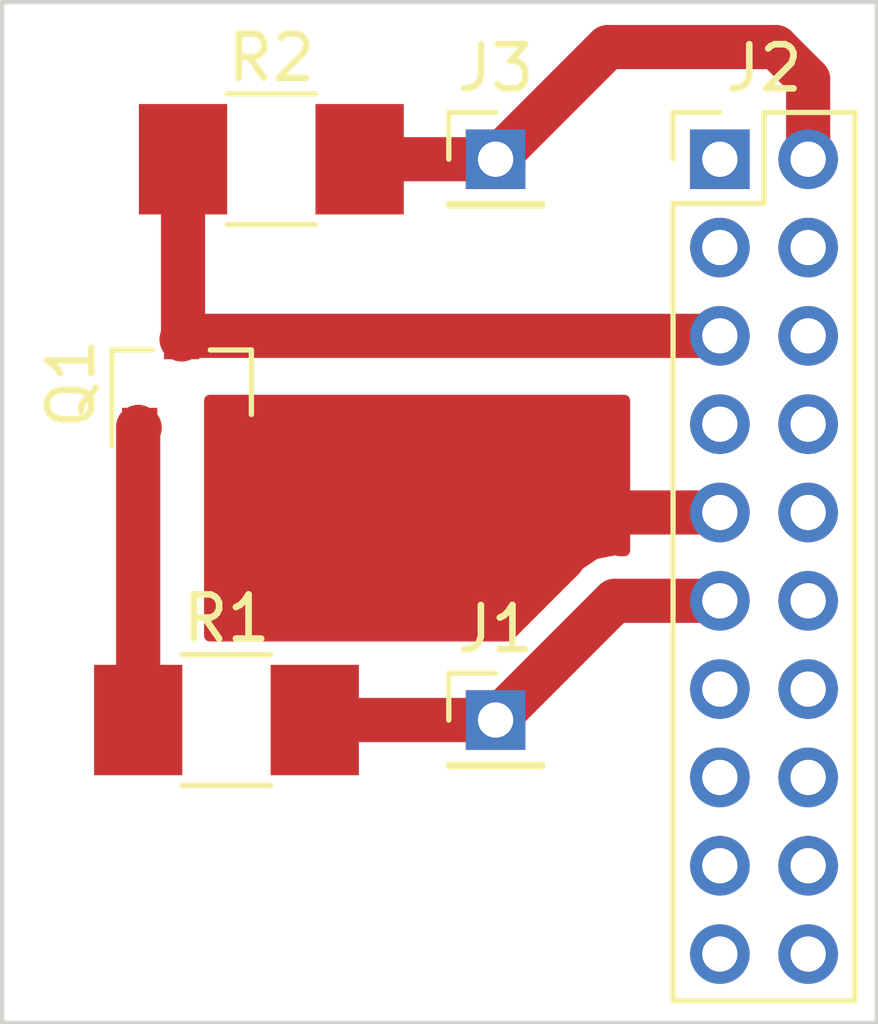
<source format=kicad_pcb>
(kicad_pcb (version 20171130) (host pcbnew "(5.0.0)")

  (general
    (thickness 1.6)
    (drawings 8)
    (tracks 17)
    (zones 0)
    (modules 6)
    (nets 22)
  )

  (page A4)
  (title_block
    (title "Not + Pir wire shield")
    (date 2018-10-11)
    (rev "REV B")
    (company "Arthur Lorencini Bergamaschi - UFES - CPID")
    (comment 1 "Placa feita para acordar a raspberry e ligar os fios do sensor.")
  )

  (layers
    (0 F.Cu signal)
    (31 B.Cu signal)
    (32 B.Adhes user hide)
    (33 F.Adhes user hide)
    (34 B.Paste user hide)
    (35 F.Paste user hide)
    (36 B.SilkS user hide)
    (37 F.SilkS user hide)
    (38 B.Mask user hide)
    (39 F.Mask user hide)
    (40 Dwgs.User user hide)
    (41 Cmts.User user hide)
    (42 Eco1.User user hide)
    (43 Eco2.User user hide)
    (44 Edge.Cuts user)
    (45 Margin user hide)
    (46 B.CrtYd user hide)
    (47 F.CrtYd user hide)
    (48 B.Fab user hide)
    (49 F.Fab user hide)
  )

  (setup
    (last_trace_width 1)
    (trace_clearance 0.2)
    (zone_clearance 0.508)
    (zone_45_only no)
    (trace_min 0.2)
    (segment_width 0.2)
    (edge_width 0.1)
    (via_size 0.8)
    (via_drill 0.4)
    (via_min_size 0.4)
    (via_min_drill 0.3)
    (uvia_size 0.3)
    (uvia_drill 0.1)
    (uvias_allowed no)
    (uvia_min_size 0.2)
    (uvia_min_drill 0.1)
    (pcb_text_width 0.3)
    (pcb_text_size 1.5 1.5)
    (mod_edge_width 0.15)
    (mod_text_size 1 1)
    (mod_text_width 0.15)
    (pad_size 0.9 0.8)
    (pad_drill 0)
    (pad_to_mask_clearance 0)
    (aux_axis_origin 0 0)
    (grid_origin 176.784 108.458)
    (visible_elements 7FFFFFFF)
    (pcbplotparams
      (layerselection 0x01000_7fffffff)
      (usegerberextensions false)
      (usegerberattributes false)
      (usegerberadvancedattributes false)
      (creategerberjobfile true)
      (excludeedgelayer true)
      (linewidth 0.100000)
      (plotframeref false)
      (viasonmask false)
      (mode 1)
      (useauxorigin false)
      (hpglpennumber 1)
      (hpglpenspeed 20)
      (hpglpendiameter 15.000000)
      (psnegative false)
      (psa4output false)
      (plotreference false)
      (plotvalue false)
      (plotinvisibletext false)
      (padsonsilk false)
      (subtractmaskfromsilk false)
      (outputformat 1)
      (mirror false)
      (drillshape 0)
      (scaleselection 1)
      (outputdirectory "Gerb/"))
  )

  (net 0 "")
  (net 1 GND)
  (net 2 PIR)
  (net 3 "Net-(J2-Pad20)")
  (net 4 "Net-(J2-Pad19)")
  (net 5 "Net-(J2-Pad18)")
  (net 6 "Net-(J2-Pad17)")
  (net 7 "Net-(J2-Pad16)")
  (net 8 "Net-(J2-Pad15)")
  (net 9 "Net-(J2-Pad14)")
  (net 10 "Net-(J2-Pad13)")
  (net 11 "Net-(J2-Pad12)")
  (net 12 "Net-(J2-Pad10)")
  (net 13 "Net-(J2-Pad8)")
  (net 14 "Net-(J2-Pad7)")
  (net 15 V_out)
  (net 16 +5V)
  (net 17 "Net-(J2-Pad3)")
  (net 18 "Net-(J2-Pad1)")
  (net 19 "Net-(Q1-Pad1)")
  (net 20 "Net-(J2-Pad4)")
  (net 21 "Net-(J2-Pad6)")

  (net_class Default "This is the default net class."
    (clearance 0.2)
    (trace_width 1)
    (via_dia 0.8)
    (via_drill 0.4)
    (uvia_dia 0.3)
    (uvia_drill 0.1)
    (add_net +5V)
    (add_net GND)
    (add_net "Net-(J2-Pad1)")
    (add_net "Net-(J2-Pad10)")
    (add_net "Net-(J2-Pad12)")
    (add_net "Net-(J2-Pad13)")
    (add_net "Net-(J2-Pad14)")
    (add_net "Net-(J2-Pad15)")
    (add_net "Net-(J2-Pad16)")
    (add_net "Net-(J2-Pad17)")
    (add_net "Net-(J2-Pad18)")
    (add_net "Net-(J2-Pad19)")
    (add_net "Net-(J2-Pad20)")
    (add_net "Net-(J2-Pad3)")
    (add_net "Net-(J2-Pad4)")
    (add_net "Net-(J2-Pad6)")
    (add_net "Net-(J2-Pad7)")
    (add_net "Net-(J2-Pad8)")
    (add_net "Net-(Q1-Pad1)")
    (add_net PIR)
    (add_net V_out)
  )

  (module Pin_Headers:Pin_Header_Straight_2x10_Pitch2.00mm (layer F.Cu) (tedit 5BD070D9) (tstamp 5BBFC395)
    (at 193.04 88.9)
    (descr "Through hole straight pin header, 2x10, 2.00mm pitch, double rows")
    (tags "Through hole pin header THT 2x10 2.00mm double row")
    (path /5BBF6F50)
    (fp_text reference J2 (at 1 -2.06) (layer F.SilkS)
      (effects (font (size 1 1) (thickness 0.15)))
    )
    (fp_text value Conn_02x10_Odd_Even (at 1 20.06) (layer F.Fab)
      (effects (font (size 1 1) (thickness 0.15)))
    )
    (fp_text user %R (at 1 9 90) (layer F.Fab)
      (effects (font (size 1 1) (thickness 0.15)))
    )
    (fp_line (start 3.5 -1.5) (end -1.5 -1.5) (layer F.CrtYd) (width 0.05))
    (fp_line (start 3.5 19.5) (end 3.5 -1.5) (layer F.CrtYd) (width 0.05))
    (fp_line (start -1.5 19.5) (end 3.5 19.5) (layer F.CrtYd) (width 0.05))
    (fp_line (start -1.5 -1.5) (end -1.5 19.5) (layer F.CrtYd) (width 0.05))
    (fp_line (start -1.06 -1.06) (end 0 -1.06) (layer F.SilkS) (width 0.12))
    (fp_line (start -1.06 0) (end -1.06 -1.06) (layer F.SilkS) (width 0.12))
    (fp_line (start 1 -1.06) (end 3.06 -1.06) (layer F.SilkS) (width 0.12))
    (fp_line (start 1 1) (end 1 -1.06) (layer F.SilkS) (width 0.12))
    (fp_line (start -1.06 1) (end 1 1) (layer F.SilkS) (width 0.12))
    (fp_line (start 3.06 -1.06) (end 3.06 19.06) (layer F.SilkS) (width 0.12))
    (fp_line (start -1.06 1) (end -1.06 19.06) (layer F.SilkS) (width 0.12))
    (fp_line (start -1.06 19.06) (end 3.06 19.06) (layer F.SilkS) (width 0.12))
    (fp_line (start -1 0) (end 0 -1) (layer F.Fab) (width 0.1))
    (fp_line (start -1 19) (end -1 0) (layer F.Fab) (width 0.1))
    (fp_line (start 3 19) (end -1 19) (layer F.Fab) (width 0.1))
    (fp_line (start 3 -1) (end 3 19) (layer F.Fab) (width 0.1))
    (fp_line (start 0 -1) (end 3 -1) (layer F.Fab) (width 0.1))
    (pad 20 thru_hole oval (at 2 18) (size 1.35 1.35) (drill 0.8) (layers *.Cu *.Mask)
      (net 3 "Net-(J2-Pad20)"))
    (pad 19 thru_hole oval (at 0 18) (size 1.35 1.35) (drill 0.8) (layers *.Cu *.Mask)
      (net 4 "Net-(J2-Pad19)"))
    (pad 18 thru_hole oval (at 2 16) (size 1.35 1.35) (drill 0.8) (layers *.Cu *.Mask)
      (net 5 "Net-(J2-Pad18)"))
    (pad 17 thru_hole oval (at 0 16) (size 1.35 1.35) (drill 0.8) (layers *.Cu *.Mask)
      (net 6 "Net-(J2-Pad17)"))
    (pad 16 thru_hole oval (at 2 14) (size 1.35 1.35) (drill 0.8) (layers *.Cu *.Mask)
      (net 7 "Net-(J2-Pad16)"))
    (pad 15 thru_hole oval (at 0 14) (size 1.35 1.35) (drill 0.8) (layers *.Cu *.Mask)
      (net 8 "Net-(J2-Pad15)"))
    (pad 14 thru_hole oval (at 2 12) (size 1.35 1.35) (drill 0.8) (layers *.Cu *.Mask)
      (net 9 "Net-(J2-Pad14)"))
    (pad 13 thru_hole oval (at 0 12) (size 1.35 1.35) (drill 0.8) (layers *.Cu *.Mask)
      (net 10 "Net-(J2-Pad13)"))
    (pad 12 thru_hole oval (at 2 10) (size 1.35 1.35) (drill 0.8) (layers *.Cu *.Mask)
      (net 11 "Net-(J2-Pad12)"))
    (pad 11 thru_hole oval (at 0 10) (size 1.35 1.35) (drill 0.8) (layers *.Cu *.Mask)
      (net 2 PIR))
    (pad 10 thru_hole oval (at 2 8) (size 1.35 1.35) (drill 0.8) (layers *.Cu *.Mask)
      (net 12 "Net-(J2-Pad10)"))
    (pad 9 thru_hole oval (at 0 8) (size 1.35 1.35) (drill 0.8) (layers *.Cu *.Mask)
      (net 1 GND))
    (pad 8 thru_hole oval (at 2 6) (size 1.35 1.35) (drill 0.8) (layers *.Cu *.Mask)
      (net 13 "Net-(J2-Pad8)"))
    (pad 7 thru_hole oval (at 0 6) (size 1.35 1.35) (drill 0.8) (layers *.Cu *.Mask)
      (net 14 "Net-(J2-Pad7)"))
    (pad 6 thru_hole oval (at 2 4) (size 1.35 1.35) (drill 0.8) (layers *.Cu *.Mask)
      (net 21 "Net-(J2-Pad6)"))
    (pad 5 thru_hole oval (at 0 4) (size 1.35 1.35) (drill 0.8) (layers *.Cu *.Mask)
      (net 15 V_out))
    (pad 4 thru_hole oval (at 2 2) (size 1.35 1.35) (drill 0.8) (layers *.Cu *.Mask)
      (net 20 "Net-(J2-Pad4)"))
    (pad 3 thru_hole oval (at 0 2) (size 1.35 1.35) (drill 0.8) (layers *.Cu *.Mask)
      (net 17 "Net-(J2-Pad3)"))
    (pad 2 thru_hole oval (at 2 0) (size 1.35 1.35) (drill 0.8) (layers *.Cu *.Mask)
      (net 16 +5V))
    (pad 1 thru_hole rect (at 0 0) (size 1.35 1.35) (drill 0.8) (layers *.Cu *.Mask)
      (net 18 "Net-(J2-Pad1)"))
    (model ${KISYS3DMOD}/Pin_Headers.3dshapes/Pin_Header_Straight_2x10_Pitch2.00mm.wrl
      (at (xyz 0 0 0))
      (scale (xyz 1 1 1))
      (rotate (xyz 0 0 0))
    )
  )

  (module Pin_Headers:Pin_Header_Straight_1x01_Pitch2.00mm (layer F.Cu) (tedit 59650533) (tstamp 5BBFC36B)
    (at 187.96 101.6)
    (descr "Through hole straight pin header, 1x01, 2.00mm pitch, single row")
    (tags "Through hole pin header THT 1x01 2.00mm single row")
    (path /5BBF7E37)
    (fp_text reference J1 (at 0 -2.06) (layer F.SilkS)
      (effects (font (size 1 1) (thickness 0.15)))
    )
    (fp_text value Conn_01x01_Female (at 0 2.06) (layer F.Fab)
      (effects (font (size 1 1) (thickness 0.15)))
    )
    (fp_text user %R (at 0 0 90) (layer F.Fab)
      (effects (font (size 1 1) (thickness 0.15)))
    )
    (fp_line (start 1.5 -1.5) (end -1.5 -1.5) (layer F.CrtYd) (width 0.05))
    (fp_line (start 1.5 1.5) (end 1.5 -1.5) (layer F.CrtYd) (width 0.05))
    (fp_line (start -1.5 1.5) (end 1.5 1.5) (layer F.CrtYd) (width 0.05))
    (fp_line (start -1.5 -1.5) (end -1.5 1.5) (layer F.CrtYd) (width 0.05))
    (fp_line (start -1.06 -1.06) (end 0 -1.06) (layer F.SilkS) (width 0.12))
    (fp_line (start -1.06 0) (end -1.06 -1.06) (layer F.SilkS) (width 0.12))
    (fp_line (start -1.06 1) (end 1.06 1) (layer F.SilkS) (width 0.12))
    (fp_line (start 1.06 1) (end 1.06 1.06) (layer F.SilkS) (width 0.12))
    (fp_line (start -1.06 1) (end -1.06 1.06) (layer F.SilkS) (width 0.12))
    (fp_line (start -1.06 1.06) (end 1.06 1.06) (layer F.SilkS) (width 0.12))
    (fp_line (start -1 -0.5) (end -0.5 -1) (layer F.Fab) (width 0.1))
    (fp_line (start -1 1) (end -1 -0.5) (layer F.Fab) (width 0.1))
    (fp_line (start 1 1) (end -1 1) (layer F.Fab) (width 0.1))
    (fp_line (start 1 -1) (end 1 1) (layer F.Fab) (width 0.1))
    (fp_line (start -0.5 -1) (end 1 -1) (layer F.Fab) (width 0.1))
    (pad 1 thru_hole rect (at 0 0) (size 1.35 1.35) (drill 0.8) (layers *.Cu *.Mask)
      (net 2 PIR))
    (model ${KISYS3DMOD}/Pin_Headers.3dshapes/Pin_Header_Straight_1x01_Pitch2.00mm.wrl
      (at (xyz 0 0 0))
      (scale (xyz 1 1 1))
      (rotate (xyz 0 0 0))
    )
  )

  (module Pin_Headers:Pin_Header_Straight_1x01_Pitch2.00mm (layer F.Cu) (tedit 59650533) (tstamp 5BBFC3AA)
    (at 187.96 88.9)
    (descr "Through hole straight pin header, 1x01, 2.00mm pitch, single row")
    (tags "Through hole pin header THT 1x01 2.00mm single row")
    (path /5BBF85A4)
    (fp_text reference J3 (at 0 -2.06) (layer F.SilkS)
      (effects (font (size 1 1) (thickness 0.15)))
    )
    (fp_text value Conn_01x01_Female (at 0 2.06) (layer F.Fab)
      (effects (font (size 1 1) (thickness 0.15)))
    )
    (fp_line (start -0.5 -1) (end 1 -1) (layer F.Fab) (width 0.1))
    (fp_line (start 1 -1) (end 1 1) (layer F.Fab) (width 0.1))
    (fp_line (start 1 1) (end -1 1) (layer F.Fab) (width 0.1))
    (fp_line (start -1 1) (end -1 -0.5) (layer F.Fab) (width 0.1))
    (fp_line (start -1 -0.5) (end -0.5 -1) (layer F.Fab) (width 0.1))
    (fp_line (start -1.06 1.06) (end 1.06 1.06) (layer F.SilkS) (width 0.12))
    (fp_line (start -1.06 1) (end -1.06 1.06) (layer F.SilkS) (width 0.12))
    (fp_line (start 1.06 1) (end 1.06 1.06) (layer F.SilkS) (width 0.12))
    (fp_line (start -1.06 1) (end 1.06 1) (layer F.SilkS) (width 0.12))
    (fp_line (start -1.06 0) (end -1.06 -1.06) (layer F.SilkS) (width 0.12))
    (fp_line (start -1.06 -1.06) (end 0 -1.06) (layer F.SilkS) (width 0.12))
    (fp_line (start -1.5 -1.5) (end -1.5 1.5) (layer F.CrtYd) (width 0.05))
    (fp_line (start -1.5 1.5) (end 1.5 1.5) (layer F.CrtYd) (width 0.05))
    (fp_line (start 1.5 1.5) (end 1.5 -1.5) (layer F.CrtYd) (width 0.05))
    (fp_line (start 1.5 -1.5) (end -1.5 -1.5) (layer F.CrtYd) (width 0.05))
    (fp_text user %R (at 0 0 90) (layer F.Fab)
      (effects (font (size 1 1) (thickness 0.15)))
    )
    (pad 1 thru_hole rect (at 0 0) (size 1.35 1.35) (drill 0.8) (layers *.Cu *.Mask)
      (net 16 +5V))
    (model ${KISYS3DMOD}/Pin_Headers.3dshapes/Pin_Header_Straight_1x01_Pitch2.00mm.wrl
      (at (xyz 0 0 0))
      (scale (xyz 1 1 1))
      (rotate (xyz 0 0 0))
    )
  )

  (module TO_SOT_Packages_SMD:SOT-23 (layer F.Cu) (tedit 5BE426BD) (tstamp 5BBFC3D4)
    (at 180.848 93.98 90)
    (descr "SOT-23, Standard")
    (tags SOT-23)
    (path /5BBF6A45)
    (attr smd)
    (fp_text reference Q1 (at 0 -2.5 90) (layer F.SilkS)
      (effects (font (size 1 1) (thickness 0.15)))
    )
    (fp_text value Q_NPN_BEC (at 0 2.5 90) (layer F.Fab)
      (effects (font (size 1 1) (thickness 0.15)))
    )
    (fp_line (start 0.76 1.58) (end -0.7 1.58) (layer F.SilkS) (width 0.12))
    (fp_line (start 0.76 -1.58) (end -1.4 -1.58) (layer F.SilkS) (width 0.12))
    (fp_line (start -1.7 1.75) (end -1.7 -1.75) (layer F.CrtYd) (width 0.05))
    (fp_line (start 1.7 1.75) (end -1.7 1.75) (layer F.CrtYd) (width 0.05))
    (fp_line (start 1.7 -1.75) (end 1.7 1.75) (layer F.CrtYd) (width 0.05))
    (fp_line (start -1.7 -1.75) (end 1.7 -1.75) (layer F.CrtYd) (width 0.05))
    (fp_line (start 0.76 -1.58) (end 0.76 -0.65) (layer F.SilkS) (width 0.12))
    (fp_line (start 0.76 1.58) (end 0.76 0.65) (layer F.SilkS) (width 0.12))
    (fp_line (start -0.7 1.52) (end 0.7 1.52) (layer F.Fab) (width 0.1))
    (fp_line (start 0.7 -1.52) (end 0.7 1.52) (layer F.Fab) (width 0.1))
    (fp_line (start -0.7 -0.95) (end -0.15 -1.52) (layer F.Fab) (width 0.1))
    (fp_line (start -0.15 -1.52) (end 0.7 -1.52) (layer F.Fab) (width 0.1))
    (fp_line (start -0.7 -0.95) (end -0.7 1.5) (layer F.Fab) (width 0.1))
    (fp_text user %R (at 0 0 180) (layer F.Fab)
      (effects (font (size 0.5 0.5) (thickness 0.075)))
    )
    (pad 3 smd rect (at 1 0 90) (size 0.9 0.8) (layers F.Cu F.Paste F.Mask)
      (net 15 V_out))
    (pad 2 smd rect (at -1 0.95 90) (size 0.9 0.8) (layers F.Cu F.Paste F.Mask)
      (net 1 GND) (zone_connect 2))
    (pad 1 smd rect (at -1 -0.95 90) (size 0.9 0.8) (layers F.Cu F.Paste F.Mask)
      (net 19 "Net-(Q1-Pad1)"))
    (model ${KISYS3DMOD}/TO_SOT_Packages_SMD.3dshapes/SOT-23.wrl
      (at (xyz 0 0 0))
      (scale (xyz 1 1 1))
      (rotate (xyz 0 0 0))
    )
  )

  (module Resistors_SMD:R_1210_HandSoldering (layer F.Cu) (tedit 58E0A804) (tstamp 5BBFC3E5)
    (at 181.864 101.6)
    (descr "Resistor SMD 1210, hand soldering")
    (tags "resistor 1210")
    (path /5BB76734)
    (attr smd)
    (fp_text reference R1 (at 0 -2.3) (layer F.SilkS)
      (effects (font (size 1 1) (thickness 0.15)))
    )
    (fp_text value R (at 0 2.4) (layer F.Fab)
      (effects (font (size 1 1) (thickness 0.15)))
    )
    (fp_line (start 3.25 1.5) (end -3.25 1.5) (layer F.CrtYd) (width 0.05))
    (fp_line (start 3.25 1.5) (end 3.25 -1.5) (layer F.CrtYd) (width 0.05))
    (fp_line (start -3.25 -1.5) (end -3.25 1.5) (layer F.CrtYd) (width 0.05))
    (fp_line (start -3.25 -1.5) (end 3.25 -1.5) (layer F.CrtYd) (width 0.05))
    (fp_line (start -1 -1.48) (end 1 -1.48) (layer F.SilkS) (width 0.12))
    (fp_line (start 1 1.48) (end -1 1.48) (layer F.SilkS) (width 0.12))
    (fp_line (start -1.6 -1.25) (end 1.6 -1.25) (layer F.Fab) (width 0.1))
    (fp_line (start 1.6 -1.25) (end 1.6 1.25) (layer F.Fab) (width 0.1))
    (fp_line (start 1.6 1.25) (end -1.6 1.25) (layer F.Fab) (width 0.1))
    (fp_line (start -1.6 1.25) (end -1.6 -1.25) (layer F.Fab) (width 0.1))
    (fp_text user %R (at 0 0) (layer F.Fab)
      (effects (font (size 0.7 0.7) (thickness 0.105)))
    )
    (pad 2 smd rect (at 2 0) (size 2 2.5) (layers F.Cu F.Paste F.Mask)
      (net 2 PIR))
    (pad 1 smd rect (at -2 0) (size 2 2.5) (layers F.Cu F.Paste F.Mask)
      (net 19 "Net-(Q1-Pad1)"))
    (model ${KISYS3DMOD}/Resistors_SMD.3dshapes/R_1210.wrl
      (at (xyz 0 0 0))
      (scale (xyz 1 1 1))
      (rotate (xyz 0 0 0))
    )
  )

  (module Resistors_SMD:R_1210_HandSoldering (layer F.Cu) (tedit 58E0A804) (tstamp 5BBFC3F6)
    (at 182.88 88.9)
    (descr "Resistor SMD 1210, hand soldering")
    (tags "resistor 1210")
    (path /5BB7689C)
    (attr smd)
    (fp_text reference R2 (at 0 -2.3) (layer F.SilkS)
      (effects (font (size 1 1) (thickness 0.15)))
    )
    (fp_text value R (at 0 2.4) (layer F.Fab)
      (effects (font (size 1 1) (thickness 0.15)))
    )
    (fp_text user %R (at 0 0) (layer F.Fab)
      (effects (font (size 0.7 0.7) (thickness 0.105)))
    )
    (fp_line (start -1.6 1.25) (end -1.6 -1.25) (layer F.Fab) (width 0.1))
    (fp_line (start 1.6 1.25) (end -1.6 1.25) (layer F.Fab) (width 0.1))
    (fp_line (start 1.6 -1.25) (end 1.6 1.25) (layer F.Fab) (width 0.1))
    (fp_line (start -1.6 -1.25) (end 1.6 -1.25) (layer F.Fab) (width 0.1))
    (fp_line (start 1 1.48) (end -1 1.48) (layer F.SilkS) (width 0.12))
    (fp_line (start -1 -1.48) (end 1 -1.48) (layer F.SilkS) (width 0.12))
    (fp_line (start -3.25 -1.5) (end 3.25 -1.5) (layer F.CrtYd) (width 0.05))
    (fp_line (start -3.25 -1.5) (end -3.25 1.5) (layer F.CrtYd) (width 0.05))
    (fp_line (start 3.25 1.5) (end 3.25 -1.5) (layer F.CrtYd) (width 0.05))
    (fp_line (start 3.25 1.5) (end -3.25 1.5) (layer F.CrtYd) (width 0.05))
    (pad 1 smd rect (at -2 0) (size 2 2.5) (layers F.Cu F.Paste F.Mask)
      (net 15 V_out))
    (pad 2 smd rect (at 2 0) (size 2 2.5) (layers F.Cu F.Paste F.Mask)
      (net 16 +5V))
    (model ${KISYS3DMOD}/Resistors_SMD.3dshapes/R_1210.wrl
      (at (xyz 0 0 0))
      (scale (xyz 1 1 1))
      (rotate (xyz 0 0 0))
    )
  )

  (dimension 1.27 (width 0.3) (layer Margin)
    (gr_text "1.270 mm" (at 173.922 107.823 270) (layer Margin)
      (effects (font (size 1.5 1.5) (thickness 0.3)))
    )
    (feature1 (pts (xy 177.8 108.458) (xy 175.435579 108.458)))
    (feature2 (pts (xy 177.8 107.188) (xy 175.435579 107.188)))
    (crossbar (pts (xy 176.022 107.188) (xy 176.022 108.458)))
    (arrow1a (pts (xy 176.022 108.458) (xy 175.435579 107.331496)))
    (arrow1b (pts (xy 176.022 108.458) (xy 176.608421 107.331496)))
    (arrow2a (pts (xy 176.022 107.188) (xy 175.435579 108.314504)))
    (arrow2b (pts (xy 176.022 107.188) (xy 176.608421 108.314504)))
  )
  (dimension 22.86 (width 0.3) (layer Margin)
    (gr_text "22.860 mm" (at 167.064 97.028 270) (layer Margin)
      (effects (font (size 1.5 1.5) (thickness 0.3)))
    )
    (feature1 (pts (xy 176.784 108.458) (xy 168.577579 108.458)))
    (feature2 (pts (xy 176.784 85.598) (xy 168.577579 85.598)))
    (crossbar (pts (xy 169.164 85.598) (xy 169.164 108.458)))
    (arrow1a (pts (xy 169.164 108.458) (xy 168.577579 107.331496)))
    (arrow1b (pts (xy 169.164 108.458) (xy 169.750421 107.331496)))
    (arrow2a (pts (xy 169.164 85.598) (xy 168.577579 86.724504)))
    (arrow2b (pts (xy 169.164 85.598) (xy 169.750421 86.724504)))
  )
  (dimension 1.016 (width 0.3) (layer Margin)
    (gr_text "1.016 mm" (at 177.292 80.704) (layer Margin)
      (effects (font (size 1.5 1.5) (thickness 0.3)))
    )
    (feature1 (pts (xy 176.784 86.36) (xy 176.784 82.217579)))
    (feature2 (pts (xy 177.8 86.36) (xy 177.8 82.217579)))
    (crossbar (pts (xy 177.8 82.804) (xy 176.784 82.804)))
    (arrow1a (pts (xy 176.784 82.804) (xy 177.910504 82.217579)))
    (arrow1b (pts (xy 176.784 82.804) (xy 177.910504 83.390421)))
    (arrow2a (pts (xy 177.8 82.804) (xy 176.673496 82.217579)))
    (arrow2b (pts (xy 177.8 82.804) (xy 176.673496 83.390421)))
  )
  (dimension 19.812 (width 0.3) (layer Margin)
    (gr_text "19.812 mm" (at 186.69 74.1) (layer Margin)
      (effects (font (size 1.5 1.5) (thickness 0.3)))
    )
    (feature1 (pts (xy 176.784 85.344) (xy 176.784 75.613579)))
    (feature2 (pts (xy 196.596 85.344) (xy 196.596 75.613579)))
    (crossbar (pts (xy 196.596 76.2) (xy 176.784 76.2)))
    (arrow1a (pts (xy 176.784 76.2) (xy 177.910504 75.613579)))
    (arrow1b (pts (xy 176.784 76.2) (xy 177.910504 76.786421)))
    (arrow2a (pts (xy 196.596 76.2) (xy 195.469496 75.613579)))
    (arrow2b (pts (xy 196.596 76.2) (xy 195.469496 76.786421)))
  )
  (gr_line (start 196.596 108.458) (end 196.596 85.344) (angle 90) (layer Edge.Cuts) (width 0.1))
  (gr_line (start 176.784 85.344) (end 176.784 108.458) (angle 90) (layer Edge.Cuts) (width 0.1))
  (gr_line (start 176.784 108.458) (end 196.596 108.458) (angle 90) (layer Edge.Cuts) (width 0.1))
  (gr_line (start 196.596 85.344) (end 176.784 85.344) (angle 90) (layer Edge.Cuts) (width 0.1))

  (segment (start 193.04 96.9) (end 190.118 96.9) (width 1) (layer F.Cu) (net 1) (status 400000))
  (segment (start 190.118 96.9) (end 189.992 96.774) (width 1) (layer F.Cu) (net 1) (tstamp 5BE42F02))
  (segment (start 183.864 101.6) (end 187.96 101.6) (width 1) (layer F.Cu) (net 2) (status C00000))
  (segment (start 193.04 98.9) (end 190.66 98.9) (width 1) (layer F.Cu) (net 2) (status 400000))
  (segment (start 190.66 98.9) (end 187.96 101.6) (width 1) (layer F.Cu) (net 2) (tstamp 5BE42EE3) (status 800000))
  (segment (start 193.04 92.9) (end 180.928 92.9) (width 1) (layer F.Cu) (net 15) (status C00000))
  (segment (start 180.928 92.9) (end 180.848 92.98) (width 1) (layer F.Cu) (net 15) (tstamp 5BC009F1) (status C00000))
  (segment (start 180.88 88.9) (end 180.88 92.948) (width 1) (layer F.Cu) (net 15) (status C00000))
  (segment (start 180.88 92.948) (end 180.848 92.98) (width 1) (layer F.Cu) (net 15) (tstamp 5BC009F4) (status C00000))
  (segment (start 184.88 88.9) (end 187.96 88.9) (width 1) (layer F.Cu) (net 16) (status C00000))
  (segment (start 195.04 88.9) (end 195.04 87.09) (width 1) (layer F.Cu) (net 16) (status 400000))
  (segment (start 190.5 86.36) (end 187.96 88.9) (width 1) (layer F.Cu) (net 16) (tstamp 5BC00A66) (status 800000))
  (segment (start 194.31 86.36) (end 190.5 86.36) (width 1) (layer F.Cu) (net 16) (tstamp 5BC00A65))
  (segment (start 195.04 87.09) (end 194.31 86.36) (width 1) (layer F.Cu) (net 16) (tstamp 5BC00A64))
  (segment (start 179.864 94.964) (end 179.88 94.98) (width 1) (layer F.Cu) (net 19) (tstamp 5BC00A0C) (status C00000))
  (segment (start 179.88 94.98) (end 179.898 94.98) (width 1) (layer F.Cu) (net 19) (tstamp 5BC00A0D) (status C00000))
  (segment (start 179.864 101.6) (end 179.864 94.964) (width 1) (layer F.Cu) (net 19) (status C00000))

  (zone (net 0) (net_name "") (layer F.Cu) (tstamp 5BE42EFC) (hatch edge 0.508)
    (connect_pads (clearance 0.508))
    (min_thickness 0.254)
    (keepout (tracks not_allowed) (vias not_allowed) (copperpour not_allowed))
    (fill (arc_segments 16) (thermal_gap 0.508) (thermal_bridge_width 0.508))
    (polygon
      (pts
        (xy 194.056 95.758) (xy 191.516 95.758) (xy 191.516 87.63) (xy 196.088 87.63) (xy 196.088 107.95)
        (xy 191.516 107.95) (xy 191.516 98.298) (xy 194.056 98.298)
      )
    )
  )
  (zone (net 1) (net_name GND) (layer F.Cu) (tstamp 5BE42F00) (hatch edge 0.508)
    (connect_pads (clearance 0.508))
    (min_thickness 0.254)
    (fill yes (arc_segments 16) (thermal_gap 0.508) (thermal_bridge_width 0.508))
    (polygon
      (pts
        (xy 181.356 94.234) (xy 181.356 99.822) (xy 191.008 99.822) (xy 191.008 94.234)
      )
    )
    (filled_polygon
      (pts
        (xy 190.881 97.765) (xy 190.771783 97.765) (xy 190.66 97.742765) (xy 190.548217 97.765) (xy 190.217145 97.830854)
        (xy 189.841711 98.081711) (xy 189.778389 98.176479) (xy 188.259869 99.695) (xy 181.483 99.695) (xy 181.483 94.361)
        (xy 190.881 94.361)
      )
    )
  )
)

</source>
